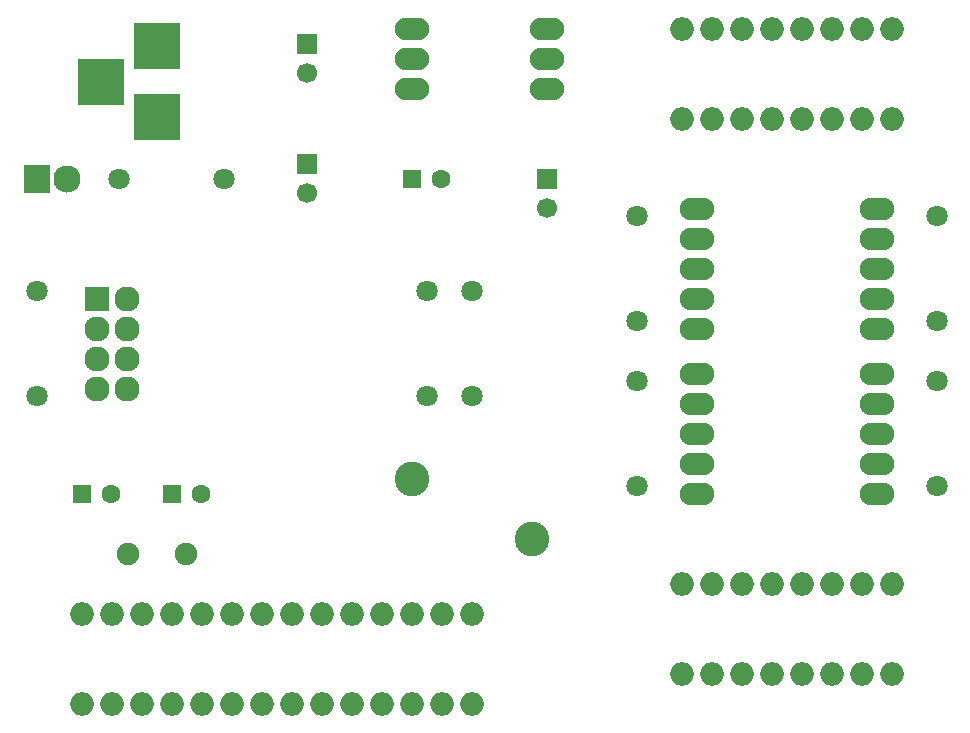
<source format=gbr>
G04 #@! TF.FileFunction,Soldermask,Top*
%FSLAX46Y46*%
G04 Gerber Fmt 4.6, Leading zero omitted, Abs format (unit mm)*
G04 Created by KiCad (PCBNEW 4.0.2-stable) date Sunday, 21 August 2016 'amt' 04:24:01*
%MOMM*%
G01*
G04 APERTURE LIST*
%ADD10C,0.100000*%
%ADD11O,2.899360X1.901140*%
%ADD12R,3.900120X3.900120*%
%ADD13C,1.700000*%
%ADD14R,1.700000X1.700000*%
%ADD15R,1.600000X1.600000*%
%ADD16C,1.600000*%
%ADD17R,2.300000X2.400000*%
%ADD18C,2.300000*%
%ADD19O,2.924000X1.924000*%
%ADD20R,2.127200X2.127200*%
%ADD21O,2.127200X2.127200*%
%ADD22O,2.000000X2.000000*%
%ADD23C,1.797000*%
%ADD24C,2.940000*%
%ADD25C,1.901140*%
G04 APERTURE END LIST*
D10*
D11*
X92710000Y-77470000D03*
X92710000Y-74930000D03*
X92710000Y-80010000D03*
X104140000Y-77470000D03*
X104140000Y-74930000D03*
X104140000Y-80010000D03*
D12*
X71120000Y-82400140D03*
X71120000Y-76400660D03*
X66421000Y-79400400D03*
D13*
X83820000Y-78700000D03*
D14*
X83820000Y-76200000D03*
D13*
X83820000Y-88860000D03*
D14*
X83820000Y-86360000D03*
D15*
X92710000Y-87630000D03*
D16*
X95210000Y-87630000D03*
D13*
X104140000Y-90130000D03*
D14*
X104140000Y-87630000D03*
D15*
X64770000Y-114300000D03*
D16*
X67270000Y-114300000D03*
D15*
X72390000Y-114300000D03*
D16*
X74890000Y-114300000D03*
D17*
X60960000Y-87630000D03*
D18*
X63500000Y-87630000D03*
D19*
X116840000Y-90170000D03*
X116840000Y-92710000D03*
X116840000Y-95250000D03*
X116840000Y-97790000D03*
X116840000Y-100330000D03*
X132080000Y-100330000D03*
X132080000Y-97790000D03*
X132080000Y-95250000D03*
X132080000Y-92710000D03*
X132080000Y-90170000D03*
X116840000Y-104140000D03*
X116840000Y-106680000D03*
X116840000Y-109220000D03*
X116840000Y-111760000D03*
X116840000Y-114300000D03*
X132080000Y-114300000D03*
X132080000Y-111760000D03*
X132080000Y-109220000D03*
X132080000Y-106680000D03*
X132080000Y-104140000D03*
D20*
X66040000Y-97790000D03*
D21*
X68580000Y-97790000D03*
X66040000Y-100330000D03*
X68580000Y-100330000D03*
X66040000Y-102870000D03*
X68580000Y-102870000D03*
X66040000Y-105410000D03*
X68580000Y-105410000D03*
D22*
X97790000Y-124460000D03*
X95250000Y-124460000D03*
X92710000Y-124460000D03*
X90170000Y-124460000D03*
X87630000Y-124460000D03*
X85090000Y-124460000D03*
X82550000Y-124460000D03*
X80010000Y-124460000D03*
X77470000Y-124460000D03*
X74930000Y-124460000D03*
X72390000Y-124460000D03*
X69850000Y-124460000D03*
X67310000Y-124460000D03*
X64770000Y-124460000D03*
X64770000Y-132080000D03*
X67310000Y-132080000D03*
X69850000Y-132080000D03*
X72390000Y-132080000D03*
X74930000Y-132080000D03*
X77470000Y-132080000D03*
X80010000Y-132080000D03*
X82550000Y-132080000D03*
X85090000Y-132080000D03*
X87630000Y-132080000D03*
X90170000Y-132080000D03*
X92710000Y-132080000D03*
X95250000Y-132080000D03*
X97790000Y-132080000D03*
D23*
X67945000Y-87630000D03*
X76835000Y-87630000D03*
X97790000Y-97155000D03*
X97790000Y-106045000D03*
X137160000Y-99695000D03*
X137160000Y-90805000D03*
X111760000Y-90805000D03*
X111760000Y-99695000D03*
X111760000Y-113665000D03*
X111760000Y-104775000D03*
X137160000Y-104775000D03*
X137160000Y-113665000D03*
X93980000Y-106045000D03*
X93980000Y-97155000D03*
X60960000Y-97155000D03*
X60960000Y-106045000D03*
D22*
X133350000Y-74930000D03*
X130810000Y-74930000D03*
X128270000Y-74930000D03*
X125730000Y-74930000D03*
X123190000Y-74930000D03*
X120650000Y-74930000D03*
X118110000Y-74930000D03*
X115570000Y-74930000D03*
X115570000Y-82550000D03*
X118110000Y-82550000D03*
X120650000Y-82550000D03*
X123190000Y-82550000D03*
X125730000Y-82550000D03*
X128270000Y-82550000D03*
X130810000Y-82550000D03*
X133350000Y-82550000D03*
X133350000Y-121920000D03*
X130810000Y-121920000D03*
X128270000Y-121920000D03*
X125730000Y-121920000D03*
X123190000Y-121920000D03*
X120650000Y-121920000D03*
X118110000Y-121920000D03*
X115570000Y-121920000D03*
X115570000Y-129540000D03*
X118110000Y-129540000D03*
X120650000Y-129540000D03*
X123190000Y-129540000D03*
X125730000Y-129540000D03*
X128270000Y-129540000D03*
X130810000Y-129540000D03*
X133350000Y-129540000D03*
D24*
X102870000Y-118110000D03*
X92710000Y-113030000D03*
D25*
X73560940Y-119380000D03*
X68679060Y-119380000D03*
M02*

</source>
